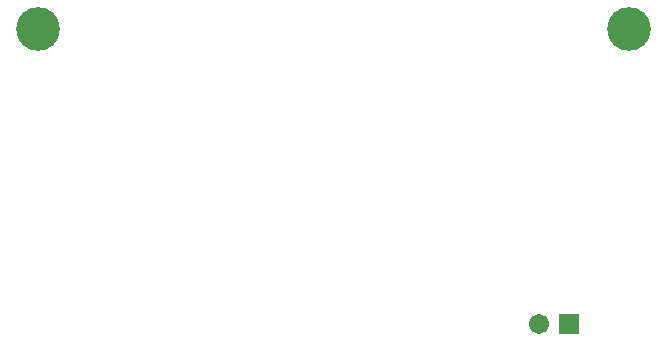
<source format=gbs>
G04*
G04 #@! TF.GenerationSoftware,Altium Limited,Altium Designer,19.0.10 (269)*
G04*
G04 Layer_Color=16711935*
%FSLAX25Y25*%
%MOIN*%
G70*
G01*
G75*
%ADD19C,0.14580*%
%ADD20R,0.06706X0.06706*%
%ADD21C,0.06706*%
D19*
X134500Y228610D02*
D03*
X331500D02*
D03*
D20*
X311500Y130500D02*
D03*
D21*
X301500D02*
D03*
M02*

</source>
